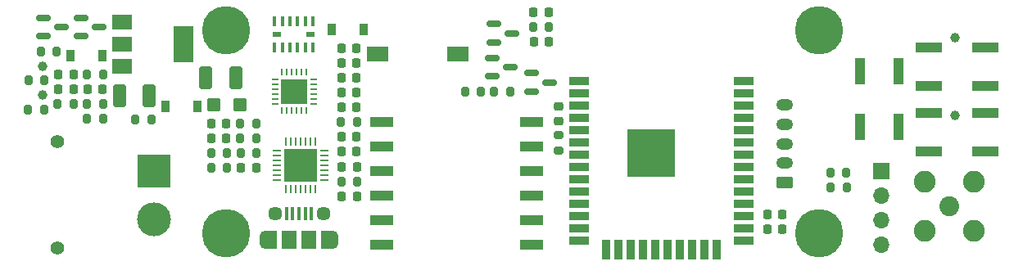
<source format=gbr>
%TF.GenerationSoftware,KiCad,Pcbnew,(6.0.2)*%
%TF.CreationDate,2022-03-31T19:26:32+11:00*%
%TF.ProjectId,Liaka_V3,4c69616b-615f-4563-932e-6b696361645f,2.0*%
%TF.SameCoordinates,Original*%
%TF.FileFunction,Soldermask,Top*%
%TF.FilePolarity,Negative*%
%FSLAX46Y46*%
G04 Gerber Fmt 4.6, Leading zero omitted, Abs format (unit mm)*
G04 Created by KiCad (PCBNEW (6.0.2)) date 2022-03-31 19:26:32*
%MOMM*%
%LPD*%
G01*
G04 APERTURE LIST*
G04 Aperture macros list*
%AMRoundRect*
0 Rectangle with rounded corners*
0 $1 Rounding radius*
0 $2 $3 $4 $5 $6 $7 $8 $9 X,Y pos of 4 corners*
0 Add a 4 corners polygon primitive as box body*
4,1,4,$2,$3,$4,$5,$6,$7,$8,$9,$2,$3,0*
0 Add four circle primitives for the rounded corners*
1,1,$1+$1,$2,$3*
1,1,$1+$1,$4,$5*
1,1,$1+$1,$6,$7*
1,1,$1+$1,$8,$9*
0 Add four rect primitives between the rounded corners*
20,1,$1+$1,$2,$3,$4,$5,0*
20,1,$1+$1,$4,$5,$6,$7,0*
20,1,$1+$1,$6,$7,$8,$9,0*
20,1,$1+$1,$8,$9,$2,$3,0*%
G04 Aperture macros list end*
%ADD10RoundRect,0.200000X-0.200000X-0.275000X0.200000X-0.275000X0.200000X0.275000X-0.200000X0.275000X0*%
%ADD11RoundRect,0.150000X-0.587500X-0.150000X0.587500X-0.150000X0.587500X0.150000X-0.587500X0.150000X0*%
%ADD12RoundRect,0.218750X-0.218750X-0.256250X0.218750X-0.256250X0.218750X0.256250X-0.218750X0.256250X0*%
%ADD13C,3.600000*%
%ADD14C,5.000000*%
%ADD15RoundRect,0.250000X-0.412500X-0.925000X0.412500X-0.925000X0.412500X0.925000X-0.412500X0.925000X0*%
%ADD16R,0.711200X0.254000*%
%ADD17R,0.254000X0.711200*%
%ADD18R,2.743200X2.641600*%
%ADD19RoundRect,0.225000X0.225000X0.250000X-0.225000X0.250000X-0.225000X-0.250000X0.225000X-0.250000X0*%
%ADD20RoundRect,0.200000X-0.275000X0.200000X-0.275000X-0.200000X0.275000X-0.200000X0.275000X0.200000X0*%
%ADD21RoundRect,0.225000X-0.225000X-0.250000X0.225000X-0.250000X0.225000X0.250000X-0.225000X0.250000X0*%
%ADD22R,0.900000X1.200000*%
%ADD23R,2.800000X1.000000*%
%ADD24RoundRect,0.062500X-0.337500X-0.062500X0.337500X-0.062500X0.337500X0.062500X-0.337500X0.062500X0*%
%ADD25RoundRect,0.062500X-0.062500X-0.337500X0.062500X-0.337500X0.062500X0.337500X-0.062500X0.337500X0*%
%ADD26R,3.350000X3.350000*%
%ADD27RoundRect,0.200000X0.200000X0.275000X-0.200000X0.275000X-0.200000X-0.275000X0.200000X-0.275000X0*%
%ADD28C,1.400000*%
%ADD29R,3.500000X3.500000*%
%ADD30C,3.500000*%
%ADD31R,1.700000X1.700000*%
%ADD32O,1.700000X1.700000*%
%ADD33R,1.000000X2.800000*%
%ADD34C,2.050000*%
%ADD35C,2.250000*%
%ADD36R,2.000000X1.500000*%
%ADD37R,2.000000X3.800000*%
%ADD38R,2.489200X0.990600*%
%ADD39RoundRect,0.225000X-0.250000X0.225000X-0.250000X-0.225000X0.250000X-0.225000X0.250000X0.225000X0*%
%ADD40R,0.449200X1.117800*%
%ADD41R,0.813000X0.500000*%
%ADD42R,2.200000X1.500000*%
%ADD43RoundRect,0.250000X0.625000X-0.350000X0.625000X0.350000X-0.625000X0.350000X-0.625000X-0.350000X0*%
%ADD44O,1.750000X1.200000*%
%ADD45R,0.400000X1.350000*%
%ADD46C,1.450000*%
%ADD47R,1.500000X1.900000*%
%ADD48R,1.200000X1.900000*%
%ADD49O,1.200000X1.900000*%
%ADD50R,2.000000X0.900000*%
%ADD51R,0.900000X2.000000*%
%ADD52R,5.000000X5.000000*%
%ADD53RoundRect,0.250000X-0.450000X-0.425000X0.450000X-0.425000X0.450000X0.425000X-0.450000X0.425000X0*%
%ADD54C,1.000000*%
G04 APERTURE END LIST*
D10*
%TO.C,R19*%
X126390400Y-96723200D03*
X128040400Y-96723200D03*
%TD*%
D11*
%TO.C,Q2*%
X109058000Y-82793800D03*
X109058000Y-84693800D03*
X110933000Y-83743800D03*
%TD*%
D12*
%TO.C,D5*%
X159728100Y-82194400D03*
X161303100Y-82194400D03*
%TD*%
D13*
%TO.C,H1*%
X127980000Y-84032000D03*
D14*
X127980000Y-84032000D03*
%TD*%
D10*
%TO.C,R2*%
X113564400Y-93167200D03*
X115214400Y-93167200D03*
%TD*%
D11*
%TO.C,Q5*%
X159539700Y-88508800D03*
X159539700Y-90408800D03*
X161414700Y-89458800D03*
%TD*%
D15*
%TO.C,C8*%
X116902700Y-90830400D03*
X119977700Y-90830400D03*
%TD*%
D10*
%TO.C,R8*%
X108789200Y-86258400D03*
X110439200Y-86258400D03*
%TD*%
D16*
%TO.C,U10*%
X132981700Y-89148600D03*
X132981700Y-89648599D03*
X132981700Y-90148600D03*
X132981700Y-90648600D03*
X132981700Y-91148601D03*
X132981700Y-91648600D03*
D17*
X133725600Y-92392500D03*
X134225599Y-92392500D03*
X134725600Y-92392500D03*
X135225600Y-92392500D03*
X135725601Y-92392500D03*
X136225600Y-92392500D03*
D16*
X136969500Y-91648600D03*
X136969500Y-91148601D03*
X136969500Y-90648600D03*
X136969500Y-90148600D03*
X136969500Y-89648599D03*
X136969500Y-89148600D03*
D17*
X136225600Y-88404700D03*
X135725601Y-88404700D03*
X135225600Y-88404700D03*
X134725600Y-88404700D03*
X134225599Y-88404700D03*
X133725600Y-88404700D03*
D18*
X134975600Y-90398600D03*
%TD*%
D19*
%TO.C,C3*%
X141452600Y-101244400D03*
X139902600Y-101244400D03*
%TD*%
D20*
%TO.C,R13*%
X162331400Y-94895400D03*
X162331400Y-96545400D03*
%TD*%
D12*
%TO.C,D1*%
X139877700Y-98171000D03*
X141452700Y-98171000D03*
%TD*%
D13*
%TO.C,H3*%
X189230000Y-84032000D03*
D14*
X189230000Y-84032000D03*
%TD*%
D21*
%TO.C,C7*%
X110604500Y-88595200D03*
X112154500Y-88595200D03*
%TD*%
%TO.C,C1*%
X139864800Y-85953600D03*
X141414800Y-85953600D03*
%TD*%
D22*
%TO.C,D3*%
X121641600Y-91948000D03*
X124941600Y-91948000D03*
%TD*%
D21*
%TO.C,C10*%
X110604500Y-90119200D03*
X112154500Y-90119200D03*
%TD*%
%TO.C,C13*%
X183870000Y-103124000D03*
X185420000Y-103124000D03*
%TD*%
D10*
%TO.C,R17*%
X129400800Y-93679800D03*
X131050800Y-93679800D03*
%TD*%
D23*
%TO.C,SW2*%
X200604800Y-92589600D03*
X206404800Y-92589600D03*
X200604800Y-96589600D03*
X206404800Y-96589600D03*
%TD*%
D24*
%TO.C,U8*%
X133186000Y-96544000D03*
X133186000Y-97044000D03*
X133186000Y-97544000D03*
X133186000Y-98044000D03*
X133186000Y-98544000D03*
X133186000Y-99044000D03*
X133186000Y-99544000D03*
D25*
X134136000Y-100494000D03*
X134636000Y-100494000D03*
X135136000Y-100494000D03*
X135636000Y-100494000D03*
X136136000Y-100494000D03*
X136636000Y-100494000D03*
X137136000Y-100494000D03*
D24*
X138086000Y-99544000D03*
X138086000Y-99044000D03*
X138086000Y-98544000D03*
X138086000Y-98044000D03*
X138086000Y-97544000D03*
X138086000Y-97044000D03*
X138086000Y-96544000D03*
D25*
X137136000Y-95594000D03*
X136636000Y-95594000D03*
X136136000Y-95594000D03*
X135636000Y-95594000D03*
X135136000Y-95594000D03*
X134636000Y-95594000D03*
X134136000Y-95594000D03*
D26*
X135636000Y-98044000D03*
%TD*%
D19*
%TO.C,C18*%
X141414800Y-90525600D03*
X139864800Y-90525600D03*
%TD*%
D14*
%TO.C,H4*%
X189230000Y-105032000D03*
D13*
X189230000Y-105032000D03*
%TD*%
D27*
%TO.C,R9*%
X120217200Y-93268800D03*
X118567200Y-93268800D03*
%TD*%
D28*
%TO.C,J2*%
X110483000Y-106592000D03*
X110483000Y-95592000D03*
D29*
X120483000Y-98592000D03*
D30*
X120483000Y-103592000D03*
%TD*%
D10*
%TO.C,R6*%
X113564400Y-91643200D03*
X115214400Y-91643200D03*
%TD*%
%TO.C,R14*%
X159690600Y-83718400D03*
X161340600Y-83718400D03*
%TD*%
%TO.C,R7*%
X110528600Y-91643200D03*
X112178600Y-91643200D03*
%TD*%
D23*
%TO.C,SW3*%
X200604800Y-89807800D03*
X206404800Y-89807800D03*
X206404800Y-85807800D03*
X200604800Y-85807800D03*
%TD*%
D31*
%TO.C,J4*%
X195707000Y-98612800D03*
D32*
X195707000Y-101152800D03*
X195707000Y-103692800D03*
X195707000Y-106232800D03*
%TD*%
D10*
%TO.C,R18*%
X129426200Y-96723200D03*
X131076200Y-96723200D03*
%TD*%
D33*
%TO.C,SW4*%
X193478400Y-94086000D03*
X193478400Y-88286000D03*
X197478400Y-88286000D03*
X197478400Y-94086000D03*
%TD*%
D27*
%TO.C,R4*%
X109142800Y-92252800D03*
X107492800Y-92252800D03*
%TD*%
D34*
%TO.C,J1*%
X202666600Y-102285800D03*
D35*
X200126600Y-104825800D03*
X205206600Y-104825800D03*
X200126600Y-99745800D03*
X205206600Y-99745800D03*
%TD*%
D13*
%TO.C,H2*%
X127980000Y-105032000D03*
D14*
X127980000Y-105032000D03*
%TD*%
D36*
%TO.C,U7*%
X117208700Y-83221800D03*
X117208700Y-85521800D03*
D37*
X123508700Y-85521800D03*
D36*
X117208700Y-87821800D03*
%TD*%
D38*
%TO.C,U1*%
X144045400Y-93522800D03*
X144045400Y-96062800D03*
X144045400Y-98602800D03*
X144045400Y-101142800D03*
X144045400Y-103682800D03*
X144045400Y-106222800D03*
X159545400Y-106222800D03*
X159545400Y-103682800D03*
X159545400Y-101142800D03*
X159545400Y-98602800D03*
X159545400Y-96062800D03*
X159545400Y-93522800D03*
%TD*%
D11*
%TO.C,Q4*%
X155475700Y-86908600D03*
X155475700Y-88808600D03*
X157350700Y-87858600D03*
%TD*%
D22*
%TO.C,D4*%
X138837400Y-83997800D03*
X142137400Y-83997800D03*
%TD*%
D10*
%TO.C,R15*%
X190437000Y-100279200D03*
X192087000Y-100279200D03*
%TD*%
%TO.C,R16*%
X129400800Y-95199200D03*
X131050800Y-95199200D03*
%TD*%
%TO.C,R1*%
X139853400Y-99720400D03*
X141503400Y-99720400D03*
%TD*%
D21*
%TO.C,C19*%
X139864800Y-92049600D03*
X141414800Y-92049600D03*
%TD*%
%TO.C,C20*%
X139864800Y-87477600D03*
X141414800Y-87477600D03*
%TD*%
D19*
%TO.C,C2*%
X141414800Y-96621600D03*
X139864800Y-96621600D03*
%TD*%
D15*
%TO.C,C15*%
X125855400Y-88950800D03*
X128930400Y-88950800D03*
%TD*%
D21*
%TO.C,C12*%
X159753000Y-85242400D03*
X161303000Y-85242400D03*
%TD*%
D39*
%TO.C,C16*%
X162331400Y-91935000D03*
X162331400Y-93485000D03*
%TD*%
D12*
%TO.C,D6*%
X129489100Y-98272600D03*
X131064100Y-98272600D03*
%TD*%
D40*
%TO.C,U3*%
X136950201Y-83109499D03*
X136150200Y-83109499D03*
X135350199Y-83109499D03*
X134550201Y-83109499D03*
X133750200Y-83109499D03*
X132950201Y-83109499D03*
D41*
X133231702Y-84480400D03*
D40*
X132950199Y-85851301D03*
X133750200Y-85851301D03*
X134550201Y-85851301D03*
X135350199Y-85851301D03*
X136150200Y-85851301D03*
X136950199Y-85851301D03*
D41*
X136668698Y-84480400D03*
%TD*%
D11*
%TO.C,Q1*%
X112944200Y-82793800D03*
X112944200Y-84693800D03*
X114819200Y-83743800D03*
%TD*%
D42*
%TO.C,LS1*%
X151876400Y-86512400D03*
X143576400Y-86512400D03*
%TD*%
D43*
%TO.C,J3*%
X185682800Y-99808800D03*
D44*
X185682800Y-97808800D03*
X185682800Y-95808800D03*
X185682800Y-93808800D03*
X185682800Y-91808800D03*
%TD*%
D19*
%TO.C,C9*%
X115164700Y-90119200D03*
X113614700Y-90119200D03*
%TD*%
D21*
%TO.C,C14*%
X183870000Y-104648000D03*
X185420000Y-104648000D03*
%TD*%
D45*
%TO.C,J5*%
X134183600Y-103033100D03*
X134833600Y-103033100D03*
X135483600Y-103033100D03*
X136133600Y-103033100D03*
X136783600Y-103033100D03*
D46*
X137983600Y-103033100D03*
D47*
X136483600Y-105733100D03*
D46*
X132983600Y-103033100D03*
D48*
X138383600Y-105733100D03*
D49*
X131983600Y-105733100D03*
D47*
X134483600Y-105733100D03*
D49*
X138983600Y-105733100D03*
D48*
X132583600Y-105733100D03*
%TD*%
D10*
%TO.C,R21*%
X190424800Y-98755200D03*
X192074800Y-98755200D03*
%TD*%
%TO.C,R10*%
X155664400Y-90373200D03*
X157314400Y-90373200D03*
%TD*%
D21*
%TO.C,C17*%
X139864800Y-89001600D03*
X141414800Y-89001600D03*
%TD*%
D10*
%TO.C,R5*%
X113552500Y-88595200D03*
X115202500Y-88595200D03*
%TD*%
%TO.C,R11*%
X152641800Y-90373200D03*
X154291800Y-90373200D03*
%TD*%
D27*
%TO.C,R12*%
X141464800Y-93573600D03*
X139814800Y-93573600D03*
%TD*%
D10*
%TO.C,R20*%
X126390400Y-98247200D03*
X128040400Y-98247200D03*
%TD*%
D21*
%TO.C,C4*%
X126428200Y-95199200D03*
X127978200Y-95199200D03*
%TD*%
D50*
%TO.C,U9*%
X164423200Y-89281000D03*
X164423200Y-90551000D03*
X164423200Y-91821000D03*
X164423200Y-93091000D03*
X164423200Y-94361000D03*
X164423200Y-95631000D03*
X164423200Y-96901000D03*
X164423200Y-98171000D03*
X164423200Y-99441000D03*
X164423200Y-100711000D03*
X164423200Y-101981000D03*
X164423200Y-103251000D03*
X164423200Y-104521000D03*
X164423200Y-105791000D03*
D51*
X167208200Y-106791000D03*
X168478200Y-106791000D03*
X169748200Y-106791000D03*
X171018200Y-106791000D03*
X172288200Y-106791000D03*
X173558200Y-106791000D03*
X174828200Y-106791000D03*
X176098200Y-106791000D03*
X177368200Y-106791000D03*
X178638200Y-106791000D03*
D50*
X181423200Y-105791000D03*
X181423200Y-104521000D03*
X181423200Y-103251000D03*
X181423200Y-101981000D03*
X181423200Y-100711000D03*
X181423200Y-99441000D03*
X181423200Y-98171000D03*
X181423200Y-96901000D03*
X181423200Y-95631000D03*
X181423200Y-94361000D03*
X181423200Y-93091000D03*
X181423200Y-91821000D03*
X181423200Y-90551000D03*
X181423200Y-89281000D03*
D52*
X171923200Y-96781000D03*
%TD*%
D10*
%TO.C,R3*%
X107531400Y-89255600D03*
X109181400Y-89255600D03*
%TD*%
D11*
%TO.C,Q6*%
X155628100Y-83428800D03*
X155628100Y-85328800D03*
X157503100Y-84378800D03*
%TD*%
D22*
%TO.C,D2*%
X111850700Y-86664800D03*
X115150700Y-86664800D03*
%TD*%
D19*
%TO.C,C11*%
X141414800Y-95097600D03*
X139864800Y-95097600D03*
%TD*%
D53*
%TO.C,C6*%
X126666000Y-91795600D03*
X129366000Y-91795600D03*
%TD*%
D21*
%TO.C,C5*%
X126415200Y-93675200D03*
X127965200Y-93675200D03*
%TD*%
D54*
%TO.C,J7*%
X203284000Y-92856570D03*
X203284000Y-84856570D03*
%TD*%
%TO.C,SW1*%
X108966000Y-87755600D03*
X108966000Y-90755600D03*
%TD*%
M02*

</source>
